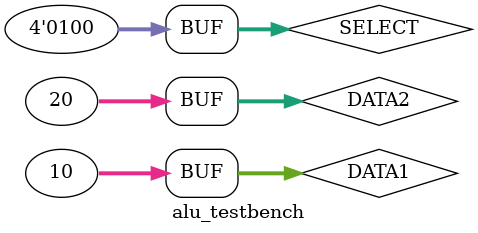
<source format=v>
module alu(DATA1,DATA2,RESULT,SELECT,ZERO);	//module for ALU
    input [31:0]DATA1,DATA2;                                             //define 32bit tw0 inputs DATA1 and DATA2
	input [3:0] SELECT;                                                      //define 4bit SELECT port
	output [31:0]RESULT;                                   	             //define 32bit output port
	output ZERO;
	wire[31:0] FORWARD,ADD,AND,OR,BEQnBNE,MULT;
	wire ZERO;                                                     //output is declared as type reg since it is used in procedural block
    reg[31:0] A1,A2,A3,A4,RESULT;
    integer i;
	


    //ADD,SUB,SLL,SRL,XOR,OR,AND,SRA,MUL
    assign FORWARD=DATA2;                                  //forward DATA2 to output
    assign ADD=DATA1+DATA2;                               //ADD
    assign AND=DATA1 & DATA2;                            //AND
    assign OR=DATA1 | DATA2;                             //OR
    assign XOR=DATA1 ~^ DATA2;                             //XOR
    assign MULT = DATA1 * DATA2;                         //multiplication

	//shift operations
    assign SLL = DATA1 << DATA2;
    assign SRL = DATA1 >> DATA2;
    assign SRA = DATA1 >>> DATA2;

    //branching
	assign ZERO = ADD | ADD;                  //bitwise OR the result to set the zero flag 

	always@(*)                          //always block calls whenever a signal changes
	begin
		case(SELECT)
			4'b0000: begin 
			        RESULT = FORWARD;                                                  
					end
			4'b0001: begin 
                 	RESULT = ADD;		         
					end
			4'b0010: begin 
			        RESULT = AND;          
					end
            4'b0011: begin 
			        RESULT = OR;        
					end
            // 4'b0100: begin
			//         // ZERO = ~(|BEQnBNE);
			// 		RESULT = ADD;	             							
            //          end
   			4'b0101: begin                                                               //multiplication
			        RESULT = MULT;                   
					 end
            4'b0110: begin
			        RESULT = XOR;                 			            							
                    end
            4'b0111: begin
			        RESULT = SLL;                 			            							
                    end
            4'b1000: begin
			        RESULT = SRL;                 			            							
                    end
            4'b1001: begin
			        RESULT = SRA;                 			            							
                    end                                              			  
		    default:RESULT =1'd0;				                              //unused select combination makes output 0
		endcase
	end
	
endmodule



//in this test bench, the value already in RESULT  is printed instantly before the calculation take place and then print the correct value

 module alu_testbench();		                                      //testbench of ALU
	reg [31:0] DATA1,DATA2;
	reg [3:0] SELECT;
	wire [31:0] RESULT;
	wire ZERO;

	alu alu_test(DATA1,DATA2,RESULT,SELECT,ZERO);	
		
		initial
		begin
		$monitor("DATA1: %b,DATA2: %b,SELECT: %b,RESULT: %b,ZERO: %b",DATA1,DATA2,SELECT,RESULT,ZERO);
		end
		
		initial
		begin
		
		DATA1 = 32'b00000000000000000000000000001010;
		DATA2 = 32'b00000000000000000000000000010100;
		SELECT = 4'b0000;
		 #5
		SELECT = 4'b0001;
		 #5
		SELECT = 4'b0010;
		 #5
		SELECT = 4'b0011;
		 #5
		SELECT = 4'b0100;
		 #5
		SELECT = 4'b0100;
		end
		
 endmodule

</source>
